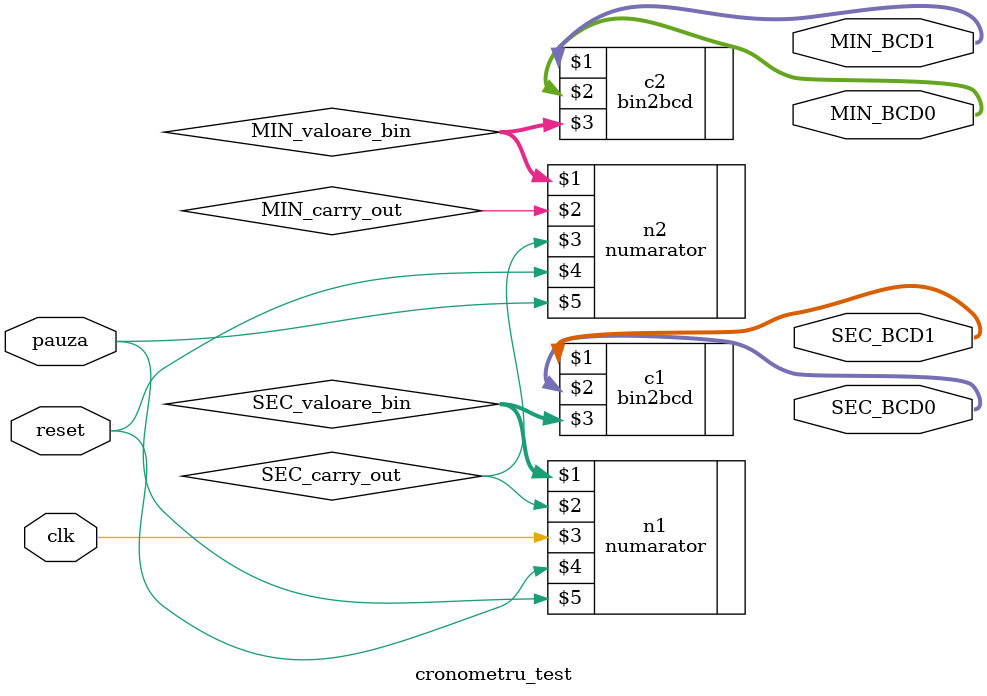
<source format=v>
`timescale 1ns / 1ps


module cronometru_test(MIN_BCD0, MIN_BCD1, SEC_BCD0, SEC_BCD1, clk, reset, pauza);
    input clk, reset, pauza;
    output [3:0] MIN_BCD0, MIN_BCD1, SEC_BCD0, SEC_BCD1;
    wire SEC_carry_out, MIN_carry_out;
    wire [5:0]SEC_valoare_bin;
    wire [5:0]MIN_valoare_bin;

    numarator n1(SEC_valoare_bin, SEC_carry_out, clk, reset, pauza);
    numarator n2(MIN_valoare_bin, MIN_carry_out, SEC_carry_out, reset, pauza);
    bin2bcd c1(SEC_BCD1, SEC_BCD0, SEC_valoare_bin);
    bin2bcd c2(MIN_BCD1, MIN_BCD0, MIN_valoare_bin);
endmodule

</source>
